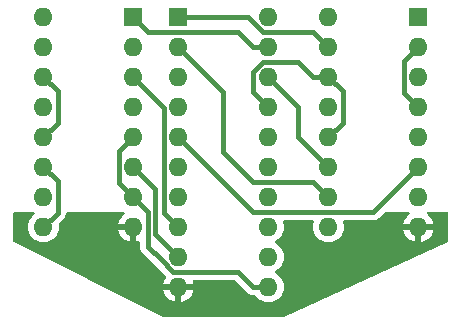
<source format=gbr>
%TF.GenerationSoftware,KiCad,Pcbnew,8.0.4*%
%TF.CreationDate,2024-08-17T03:45:06-04:00*%
%TF.ProjectId,8216 substitute,38323136-2073-4756-9273-746974757465,rev?*%
%TF.SameCoordinates,Original*%
%TF.FileFunction,Copper,L1,Top*%
%TF.FilePolarity,Positive*%
%FSLAX46Y46*%
G04 Gerber Fmt 4.6, Leading zero omitted, Abs format (unit mm)*
G04 Created by KiCad (PCBNEW 8.0.4) date 2024-08-17 03:45:06*
%MOMM*%
%LPD*%
G01*
G04 APERTURE LIST*
%TA.AperFunction,ComponentPad*%
%ADD10R,1.600000X1.600000*%
%TD*%
%TA.AperFunction,ComponentPad*%
%ADD11O,1.600000X1.600000*%
%TD*%
%TA.AperFunction,Conductor*%
%ADD12C,0.400000*%
%TD*%
G04 APERTURE END LIST*
D10*
%TO.P,U2,1,~{CS}*%
%TO.N,ENA*%
X104140000Y-58420000D03*
D11*
%TO.P,U2,2,DO0*%
%TO.N,B2*%
X104140000Y-60960000D03*
%TO.P,U2,3,DB0*%
%TO.N,A2*%
X104140000Y-63500000D03*
%TO.P,U2,4,DI0*%
%TO.N,B2*%
X104140000Y-66040000D03*
%TO.P,U2,5,DO1*%
%TO.N,B3*%
X104140000Y-68580000D03*
%TO.P,U2,6,DB1*%
%TO.N,A3*%
X104140000Y-71120000D03*
%TO.P,U2,7,DI1*%
%TO.N,B3*%
X104140000Y-73660000D03*
%TO.P,U2,8,GND*%
%TO.N,GND*%
X104140000Y-76200000D03*
%TO.P,U2,9,DI2*%
%TO.N,B0*%
X96520000Y-76200000D03*
%TO.P,U2,10,DB2*%
%TO.N,A0*%
X96520000Y-73660000D03*
%TO.P,U2,11,DO2*%
%TO.N,B0*%
X96520000Y-71120000D03*
%TO.P,U2,12,DI3*%
%TO.N,B1*%
X96520000Y-68580000D03*
%TO.P,U2,13,DB3*%
%TO.N,A1*%
X96520000Y-66040000D03*
%TO.P,U2,14,DO3*%
%TO.N,B1*%
X96520000Y-63500000D03*
%TO.P,U2,15,IN/~{OUT}*%
%TO.N,DIR*%
X96520000Y-60960000D03*
%TO.P,U2,16,VCC*%
%TO.N,+5V*%
X96520000Y-58420000D03*
%TD*%
D10*
%TO.P,U3,1,~{CS}*%
%TO.N,ENA*%
X80010000Y-58420000D03*
D11*
%TO.P,U3,2,DO0*%
%TO.N,B6*%
X80010000Y-60960000D03*
%TO.P,U3,3,DB0*%
%TO.N,A6*%
X80010000Y-63500000D03*
%TO.P,U3,4,DI0*%
%TO.N,B6*%
X80010000Y-66040000D03*
%TO.P,U3,5,DO1*%
%TO.N,B7*%
X80010000Y-68580000D03*
%TO.P,U3,6,DB1*%
%TO.N,A7*%
X80010000Y-71120000D03*
%TO.P,U3,7,DI1*%
%TO.N,B7*%
X80010000Y-73660000D03*
%TO.P,U3,8,GND*%
%TO.N,GND*%
X80010000Y-76200000D03*
%TO.P,U3,9,DI2*%
%TO.N,B4*%
X72390000Y-76200000D03*
%TO.P,U3,10,DB2*%
%TO.N,A4*%
X72390000Y-73660000D03*
%TO.P,U3,11,DO2*%
%TO.N,B4*%
X72390000Y-71120000D03*
%TO.P,U3,12,DI3*%
%TO.N,B5*%
X72390000Y-68580000D03*
%TO.P,U3,13,DB3*%
%TO.N,A5*%
X72390000Y-66040000D03*
%TO.P,U3,14,DO3*%
%TO.N,B5*%
X72390000Y-63500000D03*
%TO.P,U3,15,IN/~{OUT}*%
%TO.N,DIR*%
X72390000Y-60960000D03*
%TO.P,U3,16,VCC*%
%TO.N,+5V*%
X72390000Y-58420000D03*
%TD*%
D10*
%TO.P,U1,1,A->B*%
%TO.N,DIR*%
X83820000Y-58420000D03*
D11*
%TO.P,U1,2,A0*%
%TO.N,A0*%
X83820000Y-60960000D03*
%TO.P,U1,3,A1*%
%TO.N,A1*%
X83820000Y-63500000D03*
%TO.P,U1,4,A2*%
%TO.N,A2*%
X83820000Y-66040000D03*
%TO.P,U1,5,A3*%
%TO.N,A3*%
X83820000Y-68580000D03*
%TO.P,U1,6,A4*%
%TO.N,A4*%
X83820000Y-71120000D03*
%TO.P,U1,7,A5*%
%TO.N,A5*%
X83820000Y-73660000D03*
%TO.P,U1,8,A6*%
%TO.N,A6*%
X83820000Y-76200000D03*
%TO.P,U1,9,A7*%
%TO.N,A7*%
X83820000Y-78740000D03*
%TO.P,U1,10,GND*%
%TO.N,GND*%
X83820000Y-81280000D03*
%TO.P,U1,11,B7*%
%TO.N,B7*%
X91440000Y-81280000D03*
%TO.P,U1,12,B6*%
%TO.N,B6*%
X91440000Y-78740000D03*
%TO.P,U1,13,B5*%
%TO.N,B5*%
X91440000Y-76200000D03*
%TO.P,U1,14,B4*%
%TO.N,B4*%
X91440000Y-73660000D03*
%TO.P,U1,15,B3*%
%TO.N,B3*%
X91440000Y-71120000D03*
%TO.P,U1,16,B2*%
%TO.N,B2*%
X91440000Y-68580000D03*
%TO.P,U1,17,B1*%
%TO.N,B1*%
X91440000Y-66040000D03*
%TO.P,U1,18,B0*%
%TO.N,B0*%
X91440000Y-63500000D03*
%TO.P,U1,19,CE*%
%TO.N,ENA*%
X91440000Y-60960000D03*
%TO.P,U1,20,VCC*%
%TO.N,+5V*%
X91440000Y-58420000D03*
%TD*%
D12*
%TO.N,A3*%
X100324415Y-74935585D02*
X104140000Y-71120000D01*
X90175585Y-74935585D02*
X100324415Y-74935585D01*
X83820000Y-68580000D02*
X90175585Y-74935585D01*
%TO.N,A6*%
X82620000Y-66110000D02*
X80010000Y-63500000D01*
X82620000Y-75000000D02*
X82620000Y-66110000D01*
X83820000Y-76200000D02*
X82620000Y-75000000D01*
%TO.N,A7*%
X81880000Y-72990000D02*
X80010000Y-71120000D01*
X81880000Y-76800000D02*
X81880000Y-72990000D01*
X83820000Y-78740000D02*
X81880000Y-76800000D01*
%TO.N,A0*%
X87630000Y-69850000D02*
X87630000Y-64770000D01*
X95250000Y-72390000D02*
X90170000Y-72390000D01*
X87630000Y-64770000D02*
X83820000Y-60960000D01*
X96520000Y-73660000D02*
X95250000Y-72390000D01*
X90170000Y-72390000D02*
X87630000Y-69850000D01*
%TO.N,B0*%
X93980000Y-68580000D02*
X93980000Y-66040000D01*
X96520000Y-71120000D02*
X93980000Y-68580000D01*
X93980000Y-66040000D02*
X91440000Y-63500000D01*
%TO.N,B2*%
X102940000Y-62160000D02*
X104140000Y-60960000D01*
X102940000Y-64840000D02*
X102940000Y-62160000D01*
X104140000Y-66040000D02*
X102940000Y-64840000D01*
%TO.N,B5*%
X73590000Y-64700000D02*
X73590000Y-67380000D01*
X72390000Y-63500000D02*
X73590000Y-64700000D01*
X73590000Y-67380000D02*
X72390000Y-68580000D01*
%TO.N,B4*%
X73590000Y-75000000D02*
X72390000Y-76200000D01*
X73590000Y-72320000D02*
X73590000Y-75000000D01*
X72390000Y-71120000D02*
X73590000Y-72320000D01*
%TO.N,B7*%
X81280000Y-74930000D02*
X80010000Y-73660000D01*
X82336471Y-78953529D02*
X81280000Y-77897058D01*
X83392943Y-80010000D02*
X82336471Y-78953529D01*
X88900000Y-80010000D02*
X83392943Y-80010000D01*
X90170000Y-81280000D02*
X88900000Y-80010000D01*
X81280000Y-77897058D02*
X81280000Y-74930000D01*
X91440000Y-81280000D02*
X90170000Y-81280000D01*
X78810000Y-69780000D02*
X80010000Y-68580000D01*
X78810000Y-72460000D02*
X78810000Y-69780000D01*
X80010000Y-73660000D02*
X78810000Y-72460000D01*
%TO.N,B1*%
X90170000Y-64770000D02*
X91440000Y-66040000D01*
X93980000Y-62230000D02*
X91012943Y-62230000D01*
X95250000Y-63500000D02*
X93980000Y-62230000D01*
X91012943Y-62230000D02*
X90170000Y-63072943D01*
X96520000Y-63500000D02*
X95250000Y-63500000D01*
X90170000Y-63072943D02*
X90170000Y-64770000D01*
X97720000Y-64700000D02*
X97720000Y-67380000D01*
X97720000Y-67380000D02*
X96520000Y-68580000D01*
X96520000Y-63500000D02*
X97720000Y-64700000D01*
%TO.N,ENA*%
X90170000Y-60960000D02*
X91440000Y-60960000D01*
X88900000Y-59690000D02*
X90170000Y-60960000D01*
X81280000Y-59690000D02*
X88900000Y-59690000D01*
X80010000Y-58420000D02*
X81280000Y-59690000D01*
%TO.N,DIR*%
X95250000Y-59690000D02*
X96520000Y-60960000D01*
X91012943Y-59690000D02*
X95250000Y-59690000D01*
X89742943Y-58420000D02*
X91012943Y-59690000D01*
X83820000Y-58420000D02*
X89742943Y-58420000D01*
%TD*%
%TA.AperFunction,Conductor*%
%TO.N,GND*%
G36*
X71610156Y-74949685D02*
G01*
X71655911Y-75002489D01*
X71665855Y-75071647D01*
X71636830Y-75135203D01*
X71614240Y-75155575D01*
X71550858Y-75199954D01*
X71389954Y-75360858D01*
X71259432Y-75547265D01*
X71259431Y-75547267D01*
X71163261Y-75753502D01*
X71163258Y-75753511D01*
X71104366Y-75973302D01*
X71104364Y-75973313D01*
X71084532Y-76199998D01*
X71084532Y-76200001D01*
X71104364Y-76426686D01*
X71104366Y-76426697D01*
X71163258Y-76646488D01*
X71163261Y-76646497D01*
X71259431Y-76852732D01*
X71259432Y-76852734D01*
X71389954Y-77039141D01*
X71550858Y-77200045D01*
X71550861Y-77200047D01*
X71737266Y-77330568D01*
X71943504Y-77426739D01*
X72163308Y-77485635D01*
X72325230Y-77499801D01*
X72389998Y-77505468D01*
X72390000Y-77505468D01*
X72390002Y-77505468D01*
X72446673Y-77500509D01*
X72616692Y-77485635D01*
X72836496Y-77426739D01*
X73042734Y-77330568D01*
X73229139Y-77200047D01*
X73390047Y-77039139D01*
X73520568Y-76852734D01*
X73616739Y-76646496D01*
X73675635Y-76426692D01*
X73695468Y-76200000D01*
X73675635Y-75973308D01*
X73675633Y-75973303D01*
X73675180Y-75968117D01*
X73688946Y-75899617D01*
X73711021Y-75869634D01*
X74134114Y-75446543D01*
X74210775Y-75331811D01*
X74263580Y-75204329D01*
X74277504Y-75134328D01*
X74290500Y-75068993D01*
X74290500Y-75054000D01*
X74310185Y-74986961D01*
X74362989Y-74941206D01*
X74414500Y-74930000D01*
X79163989Y-74930000D01*
X79231028Y-74949685D01*
X79276783Y-75002489D01*
X79286727Y-75071647D01*
X79257702Y-75135203D01*
X79235113Y-75155574D01*
X79171183Y-75200338D01*
X79010342Y-75361179D01*
X78879865Y-75547517D01*
X78783734Y-75753673D01*
X78783730Y-75753682D01*
X78731127Y-75949999D01*
X78731128Y-75950000D01*
X79694314Y-75950000D01*
X79689920Y-75954394D01*
X79637259Y-76045606D01*
X79610000Y-76147339D01*
X79610000Y-76252661D01*
X79637259Y-76354394D01*
X79689920Y-76445606D01*
X79694314Y-76450000D01*
X78731128Y-76450000D01*
X78783730Y-76646317D01*
X78783734Y-76646326D01*
X78879865Y-76852482D01*
X79010342Y-77038820D01*
X79171179Y-77199657D01*
X79357517Y-77330134D01*
X79563673Y-77426265D01*
X79563682Y-77426269D01*
X79759999Y-77478872D01*
X79760000Y-77478871D01*
X79760000Y-76515686D01*
X79764394Y-76520080D01*
X79855606Y-76572741D01*
X79957339Y-76600000D01*
X80062661Y-76600000D01*
X80164394Y-76572741D01*
X80255606Y-76520080D01*
X80260000Y-76515686D01*
X80260000Y-77478871D01*
X80423406Y-77435087D01*
X80493256Y-77436750D01*
X80551119Y-77475912D01*
X80578623Y-77540141D01*
X80579500Y-77554862D01*
X80579500Y-77828064D01*
X80579500Y-77966052D01*
X80579500Y-77966054D01*
X80579499Y-77966054D01*
X80606418Y-78101380D01*
X80606421Y-78101390D01*
X80659222Y-78228865D01*
X80735887Y-78343603D01*
X80735888Y-78343604D01*
X81792357Y-79400072D01*
X82752172Y-80359887D01*
X82785657Y-80421210D01*
X82780673Y-80490902D01*
X82766066Y-80518691D01*
X82689868Y-80627512D01*
X82689866Y-80627516D01*
X82593734Y-80833673D01*
X82593730Y-80833682D01*
X82541127Y-81029999D01*
X82541128Y-81030000D01*
X83504314Y-81030000D01*
X83499920Y-81034394D01*
X83447259Y-81125606D01*
X83420000Y-81227339D01*
X83420000Y-81332661D01*
X83447259Y-81434394D01*
X83499920Y-81525606D01*
X83504314Y-81530000D01*
X82541128Y-81530000D01*
X82593730Y-81726317D01*
X82593734Y-81726326D01*
X82689865Y-81932482D01*
X82820342Y-82118820D01*
X82981179Y-82279657D01*
X83167517Y-82410134D01*
X83373673Y-82506265D01*
X83373682Y-82506269D01*
X83569999Y-82558872D01*
X83570000Y-82558871D01*
X83570000Y-81595686D01*
X83574394Y-81600080D01*
X83665606Y-81652741D01*
X83767339Y-81680000D01*
X83872661Y-81680000D01*
X83974394Y-81652741D01*
X84065606Y-81600080D01*
X84070000Y-81595686D01*
X84070000Y-82558872D01*
X84266317Y-82506269D01*
X84266326Y-82506265D01*
X84472482Y-82410134D01*
X84658820Y-82279657D01*
X84819657Y-82118820D01*
X84950134Y-81932482D01*
X85046265Y-81726326D01*
X85046269Y-81726317D01*
X85098872Y-81530000D01*
X84135686Y-81530000D01*
X84140080Y-81525606D01*
X84192741Y-81434394D01*
X84220000Y-81332661D01*
X84220000Y-81227339D01*
X84192741Y-81125606D01*
X84140080Y-81034394D01*
X84135686Y-81030000D01*
X85098872Y-81030000D01*
X85098872Y-81029999D01*
X85055088Y-80866593D01*
X85056751Y-80796743D01*
X85095914Y-80738881D01*
X85160142Y-80711377D01*
X85174863Y-80710500D01*
X88558481Y-80710500D01*
X88625520Y-80730185D01*
X88646162Y-80746819D01*
X89723453Y-81824111D01*
X89723454Y-81824112D01*
X89838190Y-81900776D01*
X89936790Y-81941617D01*
X89965671Y-81953580D01*
X89965672Y-81953580D01*
X89965677Y-81953582D01*
X89992545Y-81958925D01*
X89992551Y-81958926D01*
X89992591Y-81958934D01*
X90082937Y-81976905D01*
X90101006Y-81980500D01*
X90101007Y-81980500D01*
X90278327Y-81980500D01*
X90345366Y-82000185D01*
X90379902Y-82033377D01*
X90439954Y-82119141D01*
X90600858Y-82280045D01*
X90600861Y-82280047D01*
X90787266Y-82410568D01*
X90993504Y-82506739D01*
X91213308Y-82565635D01*
X91375230Y-82579801D01*
X91439998Y-82585468D01*
X91440000Y-82585468D01*
X91440002Y-82585468D01*
X91496673Y-82580509D01*
X91666692Y-82565635D01*
X91886496Y-82506739D01*
X92092734Y-82410568D01*
X92279139Y-82280047D01*
X92440047Y-82119139D01*
X92570568Y-81932734D01*
X92666739Y-81726496D01*
X92725635Y-81506692D01*
X92745468Y-81280000D01*
X92725635Y-81053308D01*
X92666739Y-80833504D01*
X92570568Y-80627266D01*
X92440047Y-80440861D01*
X92440045Y-80440858D01*
X92279141Y-80279954D01*
X92092734Y-80149432D01*
X92092728Y-80149429D01*
X92034725Y-80122382D01*
X91982285Y-80076210D01*
X91963133Y-80009017D01*
X91983348Y-79942135D01*
X92034725Y-79897618D01*
X92092734Y-79870568D01*
X92279139Y-79740047D01*
X92440047Y-79579139D01*
X92570568Y-79392734D01*
X92666739Y-79186496D01*
X92725635Y-78966692D01*
X92745468Y-78740000D01*
X92725635Y-78513308D01*
X92666739Y-78293504D01*
X92570568Y-78087266D01*
X92440047Y-77900861D01*
X92440045Y-77900858D01*
X92279141Y-77739954D01*
X92092734Y-77609432D01*
X92092728Y-77609429D01*
X92034725Y-77582382D01*
X91982285Y-77536210D01*
X91963133Y-77469017D01*
X91983348Y-77402135D01*
X92034725Y-77357618D01*
X92092734Y-77330568D01*
X92279139Y-77200047D01*
X92440047Y-77039139D01*
X92570568Y-76852734D01*
X92666739Y-76646496D01*
X92725635Y-76426692D01*
X92745468Y-76200000D01*
X92725635Y-75973308D01*
X92697854Y-75869627D01*
X92677102Y-75792178D01*
X92678765Y-75722328D01*
X92717928Y-75664466D01*
X92782156Y-75636962D01*
X92796877Y-75636085D01*
X95163123Y-75636085D01*
X95230162Y-75655770D01*
X95275917Y-75708574D01*
X95285861Y-75777732D01*
X95282898Y-75792178D01*
X95234366Y-75973302D01*
X95234364Y-75973313D01*
X95214532Y-76199998D01*
X95214532Y-76200001D01*
X95234364Y-76426686D01*
X95234366Y-76426697D01*
X95293258Y-76646488D01*
X95293261Y-76646497D01*
X95389431Y-76852732D01*
X95389432Y-76852734D01*
X95519954Y-77039141D01*
X95680858Y-77200045D01*
X95680861Y-77200047D01*
X95867266Y-77330568D01*
X96073504Y-77426739D01*
X96293308Y-77485635D01*
X96455230Y-77499801D01*
X96519998Y-77505468D01*
X96520000Y-77505468D01*
X96520002Y-77505468D01*
X96576673Y-77500509D01*
X96746692Y-77485635D01*
X96966496Y-77426739D01*
X97172734Y-77330568D01*
X97359139Y-77200047D01*
X97520047Y-77039139D01*
X97650568Y-76852734D01*
X97746739Y-76646496D01*
X97805635Y-76426692D01*
X97825468Y-76200000D01*
X97805635Y-75973308D01*
X97777854Y-75869627D01*
X97757102Y-75792178D01*
X97758765Y-75722328D01*
X97797928Y-75664466D01*
X97862156Y-75636962D01*
X97876877Y-75636085D01*
X100393411Y-75636085D01*
X100484455Y-75617974D01*
X100528743Y-75609165D01*
X100592484Y-75582762D01*
X100656222Y-75556362D01*
X100656223Y-75556361D01*
X100656226Y-75556360D01*
X100770958Y-75479699D01*
X101284338Y-74966319D01*
X101345661Y-74932834D01*
X101372019Y-74930000D01*
X103293989Y-74930000D01*
X103361028Y-74949685D01*
X103406783Y-75002489D01*
X103416727Y-75071647D01*
X103387702Y-75135203D01*
X103365113Y-75155574D01*
X103301183Y-75200338D01*
X103140342Y-75361179D01*
X103009865Y-75547517D01*
X102913734Y-75753673D01*
X102913730Y-75753682D01*
X102861127Y-75949999D01*
X102861128Y-75950000D01*
X103824314Y-75950000D01*
X103819920Y-75954394D01*
X103767259Y-76045606D01*
X103740000Y-76147339D01*
X103740000Y-76252661D01*
X103767259Y-76354394D01*
X103819920Y-76445606D01*
X103824314Y-76450000D01*
X102861128Y-76450000D01*
X102913730Y-76646317D01*
X102913734Y-76646326D01*
X103009865Y-76852482D01*
X103140342Y-77038820D01*
X103301179Y-77199657D01*
X103487517Y-77330134D01*
X103693673Y-77426265D01*
X103693682Y-77426269D01*
X103889999Y-77478872D01*
X103890000Y-77478871D01*
X103890000Y-76515686D01*
X103894394Y-76520080D01*
X103985606Y-76572741D01*
X104087339Y-76600000D01*
X104192661Y-76600000D01*
X104294394Y-76572741D01*
X104385606Y-76520080D01*
X104390000Y-76515686D01*
X104390000Y-77478872D01*
X104586317Y-77426269D01*
X104586326Y-77426265D01*
X104792482Y-77330134D01*
X104978820Y-77199657D01*
X105139657Y-77038820D01*
X105270134Y-76852482D01*
X105366265Y-76646326D01*
X105366269Y-76646317D01*
X105418872Y-76450000D01*
X104455686Y-76450000D01*
X104460080Y-76445606D01*
X104512741Y-76354394D01*
X104540000Y-76252661D01*
X104540000Y-76147339D01*
X104512741Y-76045606D01*
X104460080Y-75954394D01*
X104455686Y-75950000D01*
X105418872Y-75950000D01*
X105418872Y-75949999D01*
X105366269Y-75753682D01*
X105366265Y-75753673D01*
X105270134Y-75547517D01*
X105139657Y-75361179D01*
X104978816Y-75200338D01*
X104914887Y-75155574D01*
X104871262Y-75100997D01*
X104864070Y-75031499D01*
X104895593Y-74969144D01*
X104955823Y-74933731D01*
X104986011Y-74930000D01*
X106556000Y-74930000D01*
X106623039Y-74949685D01*
X106668794Y-75002489D01*
X106680000Y-75054000D01*
X106680000Y-77390155D01*
X106660315Y-77457194D01*
X106607511Y-77502949D01*
X106607312Y-77503040D01*
X92734453Y-83808885D01*
X92683141Y-83820000D01*
X82579272Y-83820000D01*
X82523818Y-83806909D01*
X69918546Y-77504273D01*
X69867387Y-77456686D01*
X69850000Y-77393364D01*
X69850000Y-75054000D01*
X69869685Y-74986961D01*
X69922489Y-74941206D01*
X69974000Y-74930000D01*
X71543117Y-74930000D01*
X71610156Y-74949685D01*
G37*
%TD.AperFunction*%
%TD*%
M02*

</source>
